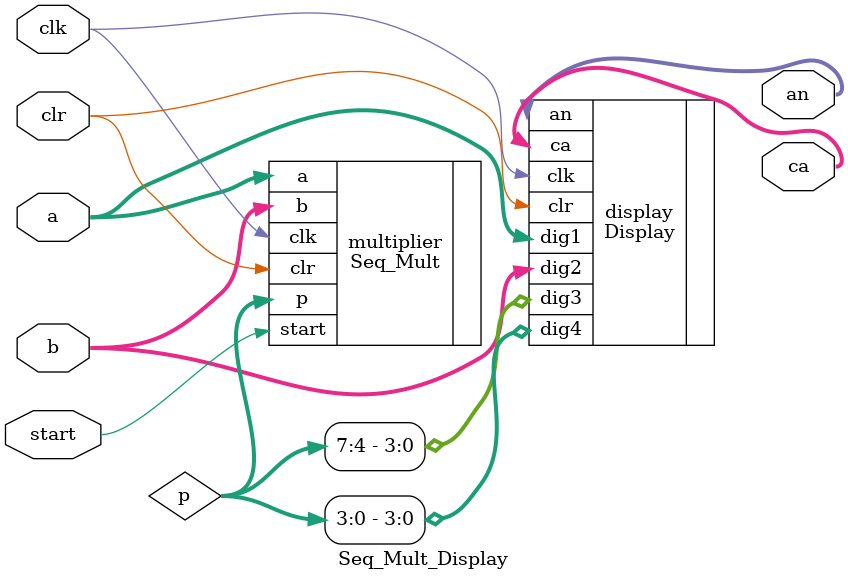
<source format=v>
`timescale 1ns / 1ps

module Seq_Mult_Display(
    input clk,
    input clr,
    input start,
    input [3:0] a,
    input [3:0] b,
    output [3:0] an,
    output [6:0] ca
    );
    
    wire [7:0] p;
    
    Seq_Mult multiplier (.clk(clk),
                         .clr(clr),
                         .start(start),
                         .a(a),
                         .b(b),
                         .p(p));
    
    Display display (.clk(clk),
                    .clr(clr),
                    .dig1(a),
                    .dig2(b),
                    .dig3(p[7:4]),
                    .dig4(p[3:0]),
                    .an(an),
                    .ca(ca));
    
endmodule

</source>
